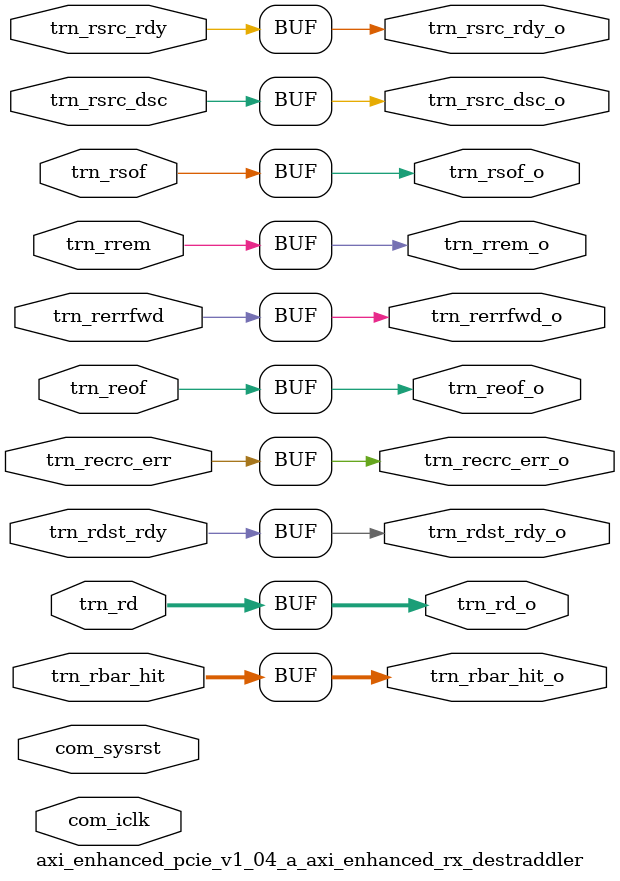
<source format=v>
`timescale 1ps/1ps

module axi_enhanced_pcie_v1_04_a_axi_enhanced_rx_destraddler #(
  parameter C_DATA_WIDTH = 32,                          // RX/TX interface data width
  parameter C_FAMILY = "X7",                            // Targeted FPGA family
  parameter TCQ = 1,                                    // Clock to Q time

  // Do not override parameters below this line
  parameter REM_WIDTH  = (C_DATA_WIDTH == 128) ? 2 : 1, // trem/rrem width
  parameter RBAR_WIDTH = (C_FAMILY == "X7") ? 8 : 7,    // trn_rbar_hit width
  parameter STRB_WIDTH = C_DATA_WIDTH / 8               // TSTRB width
  ) (

  //---------------------------------------------------------------------------
  // TRN RX
  //---------------------------------------------------------------------------
  input      [C_DATA_WIDTH-1:0] trn_rd,                 // RX data from block
  input                         trn_rsof,               // RX start of packet
  input                         trn_reof,               // RX end of packet
  input                         trn_rsrc_rdy,           // RX source ready
  output                        trn_rdst_rdy_o,         // RX destination ready
  input                         trn_rsrc_dsc,           // RX source discontinue
  input         [REM_WIDTH-1:0] trn_rrem,               // RX remainder
  input                         trn_rerrfwd,            // RX error forward
  input        [RBAR_WIDTH-1:0] trn_rbar_hit,           // RX BAR hit
  input                         trn_recrc_err,          // RX ECRC error

  //--------------------------------------------------------------------------
  //TRN Realigned outputs to the RX data pipeline and Null Generator
  //--------------------------------------------------------------------------

  output  reg [C_DATA_WIDTH-1:0]trn_rd_o,               // Realigned data output
  output  reg                   trn_rsof_o,             // Realigned start of Frame
  output  reg                   trn_reof_o,             // Realigned End of Frame
  output  reg                   trn_rsrc_rdy_o,         // Realigned Source ready
  input                         trn_rdst_rdy,           // Destination ready from user
  output  reg                   trn_rsrc_dsc_o,         // Discontinue realigned
  output  reg   [REM_WIDTH-1:0] trn_rrem_o,             // RREM realigned
  output  reg                   trn_rerrfwd_o,          // rerrfwd realigned
  output  reg  [RBAR_WIDTH-1:0] trn_rbar_hit_o,         // RBAR hit realigned
  output  reg                   trn_recrc_err_o,        // ECRC error realigned

  //---------------------------------------------------------------------------
  // System
  //---------------------------------------------------------------------------

  input                         com_iclk,               // user clock from block
  input                         com_sysrst              // user reset from block

);

generate
// C_DATA_WIDTH == 128
if(C_DATA_WIDTH == 128) begin : data_width_128

  localparam               IDLE             = 2'b00;
  localparam               PROCESS_TLP_BEAT = 2'b01;
  localparam               THROTTLE_TLP     = 2'b10;

  reg [1:0]                state;
  reg                      local_throttle;
  // internal storage
  reg [C_DATA_WIDTH/2-1:0] trn_rd_d;
  reg                      trn_rsof_d;
  reg                      trn_reof_d;
  reg                      trn_rsrc_rdy_d;
  reg                      trn_rsrc_dsc_d;
  reg    [REM_WIDTH-1:0]   trn_rrem_d;
  reg                      trn_rerrfwd_d;
  reg   [RBAR_WIDTH-1:0]   trn_rbar_hit_d;
  reg                      trn_recrc_err_d;

  assign trn_rdst_rdy_o = trn_rdst_rdy && !local_throttle;

  // Internal buffer to store TRN signals
  always@(posedge com_iclk) begin
    if(com_sysrst) begin
      trn_rd_d            <= #TCQ {C_DATA_WIDTH/2{1'b0}};
      trn_rsof_d          <= #TCQ 1'b0;
      trn_reof_d          <= #TCQ 1'b0;
      trn_rsrc_rdy_d      <= #TCQ 1'b0;
      trn_rsrc_dsc_d      <= #TCQ 1'b0;
      trn_rrem_d          <= #TCQ {REM_WIDTH{1'b0}};
      trn_rerrfwd_d       <= #TCQ 1'b0;
      trn_rbar_hit_d      <= #TCQ {RBAR_WIDTH{1'b0}};
      trn_recrc_err_d     <= #TCQ 1'b0;
    end
    else begin
      // Enable signal for registers
      if(trn_rdst_rdy) begin
        trn_rd_d          <= #TCQ trn_rd[63:0];
        trn_rsof_d        <= #TCQ trn_rsof;
        trn_reof_d        <= #TCQ trn_reof;
        trn_rsrc_rdy_d    <= #TCQ trn_rsrc_rdy;
        trn_rsrc_dsc_d    <= #TCQ trn_rsrc_dsc;
        trn_rrem_d        <= #TCQ trn_rrem;
        trn_rerrfwd_d     <= #TCQ trn_rerrfwd;
        trn_rbar_hit_d    <= #TCQ trn_rbar_hit;
        trn_recrc_err_d   <= #TCQ trn_recrc_err;
      end
    end
  end

  // Output driver logic based on StateMachine state values and TRN inputs
  always@(trn_rd,trn_rsof,trn_reof,trn_rrem,trn_rsrc_dsc,trn_rsrc_rdy,trn_rdst_rdy,
          trn_recrc_err,trn_rerrfwd,trn_rbar_hit,state,local_throttle,com_sysrst) begin
    if(com_sysrst) begin
      trn_rd_o            <= {C_DATA_WIDTH{1'b0}};
      trn_rsof_o          <= 1'b0;
      trn_reof_o          <= 1'b0;
      trn_rsrc_rdy_o      <= 1'b0;
      trn_rsrc_dsc_o      <= 1'b0;
      trn_rrem_o          <= {REM_WIDTH{1'b0}};
      trn_rerrfwd_o       <= 1'b0;
      trn_rbar_hit_o      <= {RBAR_WIDTH{1'b0}};
      trn_recrc_err_o     <= 1'b0;
    end
    else begin
      case(state)
      IDLE : begin
               if(trn_rsof && !trn_rrem[1] && !trn_reof && trn_rdst_rdy && trn_rsrc_rdy) begin // Unaligned TLP
                 // Create a void i.e. Pass default '0' values to all outputs
                 trn_rd_o            <= {C_DATA_WIDTH{1'b0}};
                 trn_rsof_o          <= 1'b0;
                 trn_reof_o          <= 1'b0;
                 trn_rsrc_rdy_o      <= 1'b0;
                 trn_rsrc_dsc_o      <= 1'b0;
                 trn_rrem_o          <= {REM_WIDTH{1'b0}};
                 trn_rerrfwd_o       <= 1'b0;
                 trn_rbar_hit_o      <= {RBAR_WIDTH{1'b0}};
                 trn_recrc_err_o     <= 1'b0;
               end
               else if(trn_rsof && trn_reof && !trn_rrem[1] && trn_rdst_rdy && trn_rsrc_rdy) begin // straddled Beat
                 // Pass only EOF
                 trn_rd_o            <= {trn_rd[127:64],64'b0};
                 trn_rsof_o          <= 1'b0;
                 trn_reof_o          <= trn_reof;
                 trn_rsrc_rdy_o      <= trn_rsrc_rdy;
                 trn_rsrc_dsc_o      <= trn_rsrc_dsc;
                 trn_rrem_o          <= {1'b0,trn_rrem[0]};
                 trn_rerrfwd_o       <= trn_rerrfwd_d;   // Old value
                 trn_rbar_hit_o      <= trn_rbar_hit_d;  // Old value
                 trn_recrc_err_o     <= trn_recrc_err;   // New value is used
  
               end
               else begin // Default
                 trn_rd_o            <= trn_rd;
                 trn_rsof_o          <= trn_rsof;
                 trn_reof_o          <= trn_reof;
                 trn_rsrc_rdy_o      <= trn_rsrc_rdy;
                 trn_rsrc_dsc_o      <= trn_rsrc_dsc;
                 trn_rrem_o          <= trn_rrem;
                 trn_rerrfwd_o       <= trn_rerrfwd;
                 trn_rbar_hit_o      <= trn_rbar_hit;
                 trn_recrc_err_o     <= trn_recrc_err;
               end
             end
      PROCESS_TLP_BEAT : begin
               // eof in [127:64] only and no straddled beat
               if (trn_reof && !trn_rsof && !trn_rrem[1] && trn_rdst_rdy && trn_rsrc_rdy) begin
                 // adjust stored values with the live ones
                 trn_rd_o            <= {trn_rd_d,trn_rd[127:64]};
                 trn_rsof_o          <= trn_rsof_d;
                 trn_reof_o          <= trn_reof;
                 trn_rsrc_rdy_o      <= trn_rsrc_rdy;
                 trn_rsrc_dsc_o      <= trn_rsrc_dsc;
                 trn_rrem_o          <= {1'b1,trn_rrem[0]}; // Can be D0 D1 D2 -- or D0 D1 D2 D3 or H0 H1 H2 H3(D0/--)
                 trn_rerrfwd_o       <= trn_rerrfwd_d;
                 trn_rbar_hit_o      <= trn_rbar_hit_d;
                 trn_recrc_err_o     <= trn_recrc_err;
               end
               // Straddled beat
               // adjust stored values with the live ones. previous TLP ends here 
               else if(trn_reof && trn_rsof && trn_rdst_rdy && trn_rsrc_rdy) begin
                 trn_rd_o            <= {trn_rd_d,trn_rd[127:64]};
                 trn_rsof_o          <= trn_rsof_d;  // Old value
                 trn_reof_o          <= trn_reof;
                 trn_rsrc_rdy_o      <= trn_rsrc_rdy;
                 trn_rsrc_dsc_o      <= trn_rsrc_dsc;
                 trn_rrem_o          <= {1'b1,trn_rrem[0]}; // Can be D2 D1 D0 -- or D3 D3 D1 D0
                 trn_rerrfwd_o       <= trn_rerrfwd_d;
                 trn_rbar_hit_o      <= trn_rbar_hit_d;
                 trn_recrc_err_o     <= trn_recrc_err;
               end
               // eof beat having more than 2DW
               else if(trn_reof && trn_rdst_rdy && trn_rsrc_rdy) begin
                 // Pass {stored, live}
                 trn_rd_o            <= {trn_rd_d,trn_rd[127:64]};
                 trn_rsof_o          <= trn_rsof_d;
                 trn_reof_o          <= 1'b0;
                 trn_rsrc_rdy_o      <= trn_rsrc_rdy_d;
                 trn_rsrc_dsc_o      <= trn_rsrc_dsc;
                 trn_rrem_o          <= {REM_WIDTH{1'b1}};
                 trn_rerrfwd_o       <= trn_rerrfwd_d;
                 trn_rbar_hit_o      <= trn_rbar_hit_d;
                 trn_recrc_err_o     <= trn_recrc_err_d;
               end
               // Mid-Packet transfer
               else begin
                 // Pass {stored, live}
                 trn_rd_o            <= {trn_rd_d,trn_rd[127:64]};
                 trn_rsof_o          <= trn_rsof_d;
                 trn_reof_o          <= trn_reof;
                 trn_rsrc_rdy_o      <= trn_rsrc_rdy_d;
                 trn_rsrc_dsc_o      <= trn_rsrc_dsc;
                 trn_rrem_o          <= {REM_WIDTH{1'b1}};
                 trn_rerrfwd_o       <= trn_rerrfwd_d;
                 trn_rbar_hit_o      <= trn_rbar_hit_d;
                 trn_recrc_err_o     <= trn_recrc_err;
               end
             end
      default : begin
               // Throttle PCIe interface (will be for 1 cycle only)
               // Use stored values only in this state
               trn_rd_o              <= {trn_rd_d,64'b0};
               trn_rsof_o            <= trn_rsof_d;
               trn_reof_o            <= trn_reof_d;
               trn_rsrc_rdy_o        <= trn_rsrc_rdy_d;
               trn_rsrc_dsc_o        <= trn_rsrc_dsc_d;
               trn_rrem_o            <= {1'b0,trn_rrem_d[0]}; // Can be D1 D0 -- -- or D0 -- -- --
               trn_rerrfwd_o         <= trn_rerrfwd_d;
               trn_rbar_hit_o        <= trn_rbar_hit_d;
               trn_recrc_err_o       <= trn_recrc_err_d;
             end
      endcase
    end
  end

  // State Machine to re-align TLPs
  always @(posedge com_iclk) begin
    if(com_sysrst || trn_rsrc_dsc) begin
      state <= #TCQ IDLE;
      local_throttle <= #TCQ 1'b0;
    end
    else begin
      case(state)
      IDLE: begin
              // Unaligned TLP start or Straddle Beat
              if(((trn_rsof && !trn_reof) || (trn_rsof && trn_reof )) && !trn_rrem[1] && trn_rdst_rdy && trn_rsrc_rdy) begin
                state <= #TCQ PROCESS_TLP_BEAT;
              end
              local_throttle <= #TCQ 1'b0;
            end
      PROCESS_TLP_BEAT: begin
              // Wait for eof only
              if (trn_reof && !trn_rsof && trn_rdst_rdy && trn_rsrc_rdy) begin
                // eof in [128:64] only
                if(!trn_rrem[1]) begin
                  state <= #TCQ IDLE;
                  local_throttle <= #TCQ 1'b0;
                end
                // eof in [128:0]
                else begin
                  state <= #TCQ THROTTLE_TLP;
                  local_throttle <= #TCQ 1'b1;
                end
              end
            end
      default : begin
              if(trn_rdst_rdy) begin
                state  <= #TCQ IDLE;
                local_throttle <= #TCQ 1'b0;
              end
            end
      endcase
    end
  end

end // data_width_128
// C_DATA_WIDTH == 32 or C_DATA_WIDTH == 64
else begin: data_width_32_64
  // Direct mapping of inputs to outputs
  always@(*) begin
      trn_rd_o            <= trn_rd;
      trn_rsof_o          <= trn_rsof;
      trn_reof_o          <= trn_reof;
      trn_rsrc_rdy_o      <= trn_rsrc_rdy;
      trn_rsrc_dsc_o      <= trn_rsrc_dsc;
      trn_rrem_o          <= trn_rrem;
      trn_rerrfwd_o       <= trn_rerrfwd;
      trn_rbar_hit_o      <= trn_rbar_hit;
      trn_recrc_err_o     <= trn_recrc_err;
  end
  assign trn_rdst_rdy_o = trn_rdst_rdy;
end // data_width_32_64

endgenerate

endmodule

</source>
